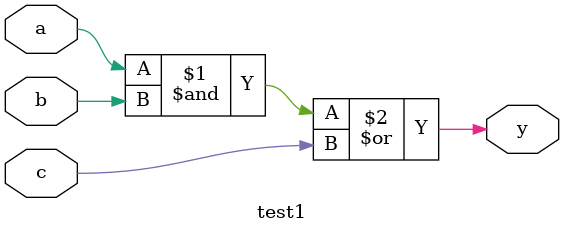
<source format=v>
`timescale 1ns / 1ps


module test1(a,b,c,y);

    input a,b,c;
    output y;
    
    assign y = (a&b)|c;

endmodule

</source>
